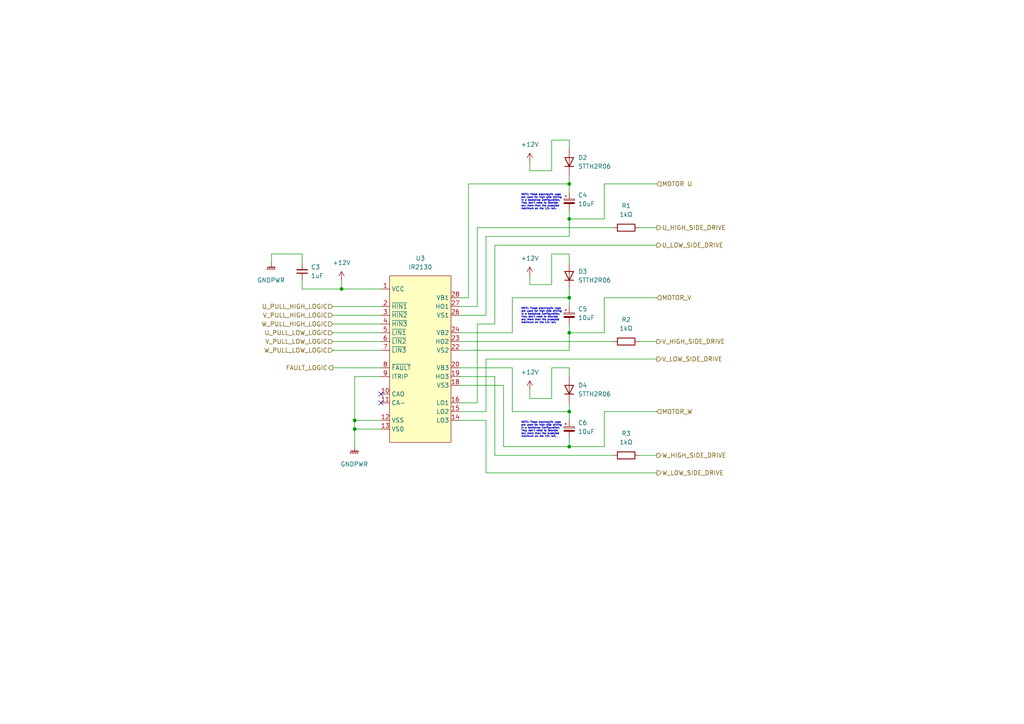
<source format=kicad_sch>
(kicad_sch (version 20211123) (generator eeschema)
  (paper "A4")
  (lib_symbols
    (symbol "Device:C_Polarized_Small" (pin_numbers hide) (pin_names (offset 0.254) hide)
      (property "Reference" "C" (at 0.254 1.778 0))
      (property "Value" "C_Polarized_Small" (at 0.254 -2.032 0))
      (symbol "C_Polarized_Small_0_1"
        (rectangle (start -1.524 -0.3048) (end 1.524 -0.6858) (fill (type outline)))
        (rectangle (start -1.524 0.6858) (end 1.524 0.3048))
        (polyline (pts (xy -1.27 1.524) (xy -0.762 1.524)))
        (polyline (pts (xy -1.016 1.27) (xy -1.016 1.778)))
      )
      (symbol "C_Polarized_Small_1_1"
        (pin passive line (at 0 2.54 270) (length 1.8542) (name "~") (number "1"))
        (pin passive line (at 0 -2.54 90) (length 1.8542) (name "~") (number "2"))
      )
    )
    (symbol "Device:C_Small" (pin_numbers hide) (pin_names (offset 0.254) hide)
      (property "Reference" "C" (at 0.254 1.778 0))
      (property "Value" "C_Small" (at 0.254 -2.032 0))
      (symbol "C_Small_0_1"
        (polyline (pts (xy -1.524 -0.508) (xy 1.524 -0.508)) (stroke (width 0.3302)))
        (polyline (pts (xy -1.524 0.508) (xy 1.524 0.508)) (stroke (width 0.3048)))
      )
      (symbol "C_Small_1_1"
        (pin passive line (at 0 2.54 270) (length 2.032) (name "~") (number "1"))
        (pin passive line (at 0 -2.54 90) (length 2.032) (name "~") (number "2"))
      )
    )
    (symbol "Device:D" (pin_numbers hide) (pin_names (offset 1.016) hide)
      (property "Reference" "D" (at 0 2.54 0))
      (property "Value" "D" (at 0 -2.54 0))
      (symbol "D_0_1"
        (polyline (pts (xy -1.27 1.27) (xy -1.27 -1.27)) (stroke (width 0.254)))
        (polyline (pts (xy 1.27 0) (xy -1.27 0)))
        (polyline (pts (xy 1.27 1.27) (xy 1.27 -1.27) (xy -1.27 0) (xy 1.27 1.27)) (stroke (width 0.254)))
      )
      (symbol "D_1_1"
        (pin passive line (at -3.81 0 0) (length 2.54) (name "K") (number "1"))
        (pin passive line (at 3.81 0 180) (length 2.54) (name "A") (number "2"))
      )
    )
    (symbol "Device:R" (pin_numbers hide) (pin_names (offset 0))
      (property "Reference" "R" (at 2.032 0 90))
      (property "Value" "R" (at 0 0 90))
      (symbol "R_0_1"
        (rectangle (start -1.016 -2.54) (end 1.016 2.54) (stroke (width 0.254)))
      )
      (symbol "R_1_1"
        (pin passive line (at 0 3.81 270) (length 1.27) (name "~") (number "1"))
        (pin passive line (at 0 -3.81 90) (length 1.27) (name "~") (number "2"))
      )
    )
    (symbol "power:+12V" (power) (pin_names (offset 0))
      (property "Value" "+12V" (at 0 3.556 0))
      (symbol "+12V_0_1"
        (polyline (pts (xy -0.762 1.27) (xy 0 2.54)))
        (polyline (pts (xy 0 0) (xy 0 2.54)))
        (polyline (pts (xy 0 2.54) (xy 0.762 1.27)))
      )
      (symbol "+12V_1_1"
        (pin power_in line (at 0 0 90) (length 0) hide (name "+12V") (number "1"))
      )
    )
    (symbol "power:GNDPWR" (power) (pin_names (offset 0))
      (property "Value" "GNDPWR" (at 0 -3.302 0))
      (symbol "GNDPWR_0_1"
        (polyline (pts (xy 0 -1.27) (xy 0 0)))
        (polyline (pts (xy -1.016 -1.27) (xy -1.27 -2.032) (xy -1.27 -2.032)) (stroke (width 0.2032)))
        (polyline (pts (xy -0.508 -1.27) (xy -0.762 -2.032) (xy -0.762 -2.032)) (stroke (width 0.2032)))
        (polyline (pts (xy 0 -1.27) (xy -0.254 -2.032) (xy -0.254 -2.032)) (stroke (width 0.2032)))
        (polyline (pts (xy 0.508 -1.27) (xy 0.254 -2.032) (xy 0.254 -2.032)) (stroke (width 0.2032)))
        (polyline (pts (xy 1.016 -1.27) (xy -1.016 -1.27) (xy -1.016 -1.27)) (stroke (width 0.2032)))
        (polyline (pts (xy 1.016 -1.27) (xy 0.762 -2.032) (xy 0.762 -2.032) (xy 0.762 -2.032)) (stroke (width 0.2032)))
      )
      (symbol "GNDPWR_1_1"
        (pin power_in line (at 0 0 270) (length 0) hide (name "GNDPWR") (number "1"))
      )
    )
    (symbol "project_library:IR2130"
      (property "Reference" "U" (at 11.43 22.86 0))
      (property "Value" "IR2130" (at 0 0 90))
      (symbol "IR2130_0_0"
        (pin power_in line (at -11.43 -20.32 0) (length 2.54) (name "VS0") (number "13"))
      )
      (symbol "IR2130_0_1"
        (rectangle (start -8.89 -24.13) (end 8.89 24.13) (fill (type background)))
      )
      (symbol "IR2130_1_1"
        (pin power_in line (at -11.43 20.32 0) (length 2.54) (name "VCC") (number "1"))
        (pin output line (at -11.43 -10.16 0) (length 2.54) (name "CAO") (number "10"))
        (pin input line (at -11.43 -12.7 0) (length 2.54) (name "CA-") (number "11"))
        (pin power_in line (at -11.43 -17.78 0) (length 2.54) (name "VSS") (number "12"))
        (pin output line (at 11.43 -17.78 180) (length 2.54) (name "LO3") (number "14"))
        (pin output line (at 11.43 -15.24 180) (length 2.54) (name "LO2") (number "15"))
        (pin output line (at 11.43 -12.7 180) (length 2.54) (name "LO1") (number "16"))
        (pin passive line (at 11.43 -7.62 180) (length 2.54) (name "VS3") (number "18"))
        (pin output line (at 11.43 -5.08 180) (length 2.54) (name "HO3") (number "19"))
        (pin input line (at -11.43 15.24 0) (length 2.54) (name "~{HIN1}") (number "2"))
        (pin passive line (at 11.43 -2.54 180) (length 2.54) (name "VB3") (number "20"))
        (pin passive line (at 11.43 2.54 180) (length 2.54) (name "VS2") (number "22"))
        (pin output line (at 11.43 5.08 180) (length 2.54) (name "HO2") (number "23"))
        (pin passive line (at 11.43 7.62 180) (length 2.54) (name "VB2") (number "24"))
        (pin passive line (at 11.43 12.7 180) (length 2.54) (name "VS1") (number "26"))
        (pin output line (at 11.43 15.24 180) (length 2.54) (name "HO1") (number "27"))
        (pin passive line (at 11.43 17.78 180) (length 2.54) (name "VB1") (number "28"))
        (pin input line (at -11.43 12.7 0) (length 2.54) (name "~{HIN2}") (number "3"))
        (pin input line (at -11.43 10.16 0) (length 2.54) (name "~{HIN3}") (number "4"))
        (pin input line (at -11.43 7.62 0) (length 2.54) (name "~{LIN1}") (number "5"))
        (pin input line (at -11.43 5.08 0) (length 2.54) (name "~{LIN2}") (number "6"))
        (pin input line (at -11.43 2.54 0) (length 2.54) (name "~{LIN3}") (number "7"))
        (pin open_collector line (at -11.43 -2.54 0) (length 2.54) (name "~{FAULT}") (number "8"))
        (pin input line (at -11.43 -5.08 0) (length 2.54) (name "ITRIP") (number "9"))
      )
    )
  )
  (junction (at 99.06 83.82))
  (junction (at 165.1 119.38))
  (junction (at 165.1 63.5))
  (junction (at 102.87 121.92))
  (junction (at 165.1 53.34))
  (junction (at 102.87 124.46))
  (junction (at 165.1 96.52))
  (junction (at 165.1 129.54))
  (junction (at 165.1 86.36))
  (no_connect (at 110.49 114.3))
  (no_connect (at 110.49 116.84))
  (wire (pts (xy 135.89 53.34) (xy 165.1 53.34)))
  (wire (pts (xy 96.52 93.98) (xy 110.49 93.98)))
  (wire (pts (xy 143.51 93.98) (xy 143.51 71.12)))
  (wire (pts (xy 140.97 137.16) (xy 190.5 137.16)))
  (wire (pts (xy 165.1 129.54) (xy 175.26 129.54)))
  (wire (pts (xy 138.43 116.84) (xy 138.43 93.98)))
  (wire (pts (xy 102.87 129.54) (xy 102.87 124.46)))
  (wire (pts (xy 165.1 96.52) (xy 175.26 96.52)))
  (wire (pts (xy 99.06 81.28) (xy 99.06 83.82)))
  (wire (pts (xy 140.97 121.92) (xy 140.97 137.16)))
  (wire (pts (xy 165.1 129.54) (xy 146.05 129.54)))
  (wire (pts (xy 133.35 121.92) (xy 140.97 121.92)))
  (wire (pts (xy 160.02 73.66) (xy 160.02 82.55)))
  (wire (pts (xy 185.42 132.08) (xy 190.5 132.08)))
  (wire (pts (xy 165.1 50.8) (xy 165.1 53.34)))
  (wire (pts (xy 160.02 49.53) (xy 153.67 49.53)))
  (wire (pts (xy 175.26 119.38) (xy 190.5 119.38)))
  (wire (pts (xy 165.1 43.18) (xy 165.1 40.64)))
  (wire (pts (xy 160.02 73.66) (xy 165.1 73.66)))
  (wire (pts (xy 165.1 83.82) (xy 165.1 86.36)))
  (wire (pts (xy 96.52 88.9) (xy 110.49 88.9)))
  (wire (pts (xy 133.35 86.36) (xy 135.89 86.36)))
  (wire (pts (xy 96.52 91.44) (xy 110.49 91.44)))
  (wire (pts (xy 143.51 71.12) (xy 190.5 71.12)))
  (wire (pts (xy 165.1 60.96) (xy 165.1 63.5)))
  (wire (pts (xy 133.35 91.44) (xy 140.97 91.44)))
  (wire (pts (xy 102.87 109.22) (xy 110.49 109.22)))
  (wire (pts (xy 87.63 73.66) (xy 87.63 76.2)))
  (wire (pts (xy 153.67 80.01) (xy 153.67 82.55)))
  (wire (pts (xy 138.43 88.9) (xy 133.35 88.9)))
  (wire (pts (xy 148.59 106.68) (xy 133.35 106.68)))
  (wire (pts (xy 96.52 99.06) (xy 110.49 99.06)))
  (wire (pts (xy 138.43 66.04) (xy 138.43 88.9)))
  (wire (pts (xy 165.1 63.5) (xy 165.1 68.58)))
  (wire (pts (xy 99.06 83.82) (xy 110.49 83.82)))
  (wire (pts (xy 148.59 86.36) (xy 165.1 86.36)))
  (wire (pts (xy 160.02 106.68) (xy 160.02 115.57)))
  (wire (pts (xy 185.42 99.06) (xy 190.5 99.06)))
  (wire (pts (xy 148.59 96.52) (xy 148.59 86.36)))
  (wire (pts (xy 160.02 115.57) (xy 153.67 115.57)))
  (wire (pts (xy 160.02 106.68) (xy 165.1 106.68)))
  (wire (pts (xy 165.1 63.5) (xy 175.26 63.5)))
  (wire (pts (xy 96.52 101.6) (xy 110.49 101.6)))
  (wire (pts (xy 160.02 82.55) (xy 153.67 82.55)))
  (wire (pts (xy 140.97 104.14) (xy 190.5 104.14)))
  (wire (pts (xy 165.1 76.2) (xy 165.1 73.66)))
  (wire (pts (xy 165.1 127) (xy 165.1 129.54)))
  (wire (pts (xy 133.35 101.6) (xy 165.1 101.6)))
  (wire (pts (xy 175.26 53.34) (xy 190.5 53.34)))
  (wire (pts (xy 102.87 121.92) (xy 110.49 121.92)))
  (wire (pts (xy 135.89 53.34) (xy 135.89 86.36)))
  (wire (pts (xy 78.74 73.66) (xy 87.63 73.66)))
  (wire (pts (xy 96.52 96.52) (xy 110.49 96.52)))
  (wire (pts (xy 96.52 106.68) (xy 110.49 106.68)))
  (wire (pts (xy 175.26 96.52) (xy 175.26 86.36)))
  (wire (pts (xy 146.05 129.54) (xy 146.05 111.76)))
  (wire (pts (xy 175.26 129.54) (xy 175.26 119.38)))
  (wire (pts (xy 165.1 93.98) (xy 165.1 96.52)))
  (wire (pts (xy 143.51 109.22) (xy 143.51 132.08)))
  (wire (pts (xy 165.1 119.38) (xy 165.1 121.92)))
  (wire (pts (xy 133.35 99.06) (xy 177.8 99.06)))
  (wire (pts (xy 133.35 96.52) (xy 148.59 96.52)))
  (wire (pts (xy 160.02 40.64) (xy 165.1 40.64)))
  (wire (pts (xy 177.8 66.04) (xy 138.43 66.04)))
  (wire (pts (xy 153.67 46.99) (xy 153.67 49.53)))
  (wire (pts (xy 140.97 91.44) (xy 140.97 68.58)))
  (wire (pts (xy 153.67 113.03) (xy 153.67 115.57)))
  (wire (pts (xy 78.74 73.66) (xy 78.74 76.2)))
  (wire (pts (xy 102.87 124.46) (xy 110.49 124.46)))
  (wire (pts (xy 175.26 86.36) (xy 190.5 86.36)))
  (wire (pts (xy 133.35 119.38) (xy 140.97 119.38)))
  (wire (pts (xy 185.42 66.04) (xy 190.5 66.04)))
  (wire (pts (xy 143.51 132.08) (xy 177.8 132.08)))
  (wire (pts (xy 165.1 109.22) (xy 165.1 106.68)))
  (wire (pts (xy 87.63 83.82) (xy 99.06 83.82)))
  (wire (pts (xy 148.59 119.38) (xy 165.1 119.38)))
  (wire (pts (xy 140.97 119.38) (xy 140.97 104.14)))
  (wire (pts (xy 138.43 93.98) (xy 143.51 93.98)))
  (wire (pts (xy 165.1 96.52) (xy 165.1 101.6)))
  (wire (pts (xy 133.35 116.84) (xy 138.43 116.84)))
  (wire (pts (xy 87.63 81.28) (xy 87.63 83.82)))
  (wire (pts (xy 165.1 53.34) (xy 165.1 55.88)))
  (wire (pts (xy 148.59 119.38) (xy 148.59 106.68)))
  (wire (pts (xy 102.87 121.92) (xy 102.87 109.22)))
  (wire (pts (xy 165.1 86.36) (xy 165.1 88.9)))
  (wire (pts (xy 160.02 40.64) (xy 160.02 49.53)))
  (wire (pts (xy 146.05 111.76) (xy 133.35 111.76)))
  (wire (pts (xy 143.51 109.22) (xy 133.35 109.22)))
  (wire (pts (xy 102.87 124.46) (xy 102.87 121.92)))
  (wire (pts (xy 165.1 116.84) (xy 165.1 119.38)))
  (wire (pts (xy 140.97 68.58) (xy 165.1 68.58)))
  (wire (pts (xy 175.26 63.5) (xy 175.26 53.34)))
  (text "NOTE: These electrolytic caps\nare used for high side driving\nin a bootstrap configuration.\nThey don't need to tolerate\nany more than the expected\nmaximum on the 12v rail." (at 151.13 127 0) (effects (font (size 0.508 0.508)) (justify left bottom)))
  (text "NOTE: These electrolytic caps\nare used for high side driving\nin a bootstrap configuration.\nThey don't need to tolerate\nany more than the expected\nmaximum on the 12v rail." (at 151.13 60.96 0) (effects (font (size 0.508 0.508)) (justify left bottom)))
  (text "NOTE: These electrolytic caps\nare used for high side driving\nin a bootstrap configuration.\nThey don't need to tolerate\nany more than the expected\nmaximum on the 12v rail." (at 151.13 93.98 0) (effects (font (size 0.508 0.508)) (justify left bottom)))
  (hierarchical_label "MOTOR_V" (shape input) (at 190.5 86.36 0))
  (hierarchical_label "U_PULL_LOW_LOGIC" (shape input) (at 96.52 96.52 180))
  (hierarchical_label "V_PULL_HIGH_LOGIC" (shape input) (at 96.52 91.44 180))
  (hierarchical_label "W_PULL_LOW_LOGIC" (shape input) (at 96.52 101.6 180))
  (hierarchical_label "FAULT_LOGIC" (shape output) (at 96.52 106.68 180))
  (hierarchical_label "U_PULL_HIGH_LOGIC" (shape input) (at 96.52 88.9 180))
  (hierarchical_label "U_HIGH_SIDE_DRIVE" (shape output) (at 190.5 66.04 0))
  (hierarchical_label "W_PULL_HIGH_LOGIC" (shape input) (at 96.52 93.98 180))
  (hierarchical_label "MOTOR_W" (shape input) (at 190.5 119.38 0))
  (hierarchical_label "MOTOR U" (shape input) (at 190.5 53.34 0))
  (hierarchical_label "V_HIGH_SIDE_DRIVE" (shape output) (at 190.5 99.06 0))
  (hierarchical_label "V_LOW_SIDE_DRIVE" (shape output) (at 190.5 104.14 0))
  (hierarchical_label "W_LOW_SIDE_DRIVE" (shape output) (at 190.5 137.16 0))
  (hierarchical_label "W_HIGH_SIDE_DRIVE" (shape output) (at 190.5 132.08 0))
  (hierarchical_label "U_LOW_SIDE_DRIVE" (shape output) (at 190.5 71.12 0))
  (hierarchical_label "V_PULL_LOW_LOGIC" (shape input) (at 96.52 99.06 180))
  (symbol (lib_id "Device:R") (at 181.61 66.04 90) (unit 1)
    (property "Reference" "R1" (at 181.61 59.69 90))
    (property "Value" "1kΩ" (at 181.61 62.23 90))
    (property "Footprint" "Resistor_THT:R_Axial_DIN0207_L6.3mm_D2.5mm_P10.16mm_Horizontal" (effects hide))
    (property "Datasheet" "https://docs.rs-online.com/67c3/0900766b8157ae53.pdf" (effects hide))
  )
  (symbol (lib_id "Device:C_Small") (at 87.63 78.74 180) (unit 1)
    (property "Reference" "C3" (at 90.17 77.4635 0) (effects (justify right)))
    (property "Value" "1uF" (at 90.17 80.0035 0) (effects (justify right)))
    (property "Footprint" "Capacitor_THT:C_Rect_L7.0mm_W2.0mm_P5.00mm" (effects hide))
  )
  (symbol (lib_id "project_library:IR2130") (at 121.92 104.14 0) (unit 1)
    (property "Reference" "U3" (at 121.92 74.93 0))
    (property "Value" "IR2130" (at 121.92 77.47 0))
    (property "Footprint" "Package_DIP:DIP-28_W15.24mm" (effects hide))
    (property "Datasheet" "https://www.infineon.com/dgdl/Infineon-IR2130-DataSheet-v01_00-EN.pdf?fileId=5546d462533600a4015355c8757d169a" (effects hide))
  )
  (symbol (lib_id "Device:R") (at 181.61 99.06 90) (unit 1)
    (property "Reference" "R2" (at 181.61 92.71 90))
    (property "Value" "1kΩ" (at 181.61 95.25 90))
    (property "Footprint" "Resistor_THT:R_Axial_DIN0207_L6.3mm_D2.5mm_P10.16mm_Horizontal" (effects hide))
    (property "Datasheet" "https://docs.rs-online.com/67c3/0900766b8157ae53.pdf" (effects hide))
  )
  (symbol (lib_id "power:+12V") (at 153.67 80.01 0) (unit 1)
    (property "Reference" "#PWR0116" (effects hide))
    (property "Value" "+12V" (at 153.67 74.93 0))
  )
  (symbol (lib_id "Device:C_Polarized_Small") (at 165.1 124.46 0) (unit 1)
    (property "Reference" "C6" (at 167.64 122.6438 0) (effects (justify left)))
    (property "Value" "10uF" (at 167.64 125.1838 0) (effects (justify left)))
    (property "Footprint" "Capacitor_THT:CP_Radial_D6.3mm_P2.50mm" (effects hide))
  )
  (symbol (lib_id "Device:D") (at 165.1 46.99 90) (unit 1)
    (property "Reference" "D2" (at 167.64 45.7199 90) (effects (justify right)))
    (property "Value" "STTH2R06" (at 167.64 48.2599 90) (effects (justify right)))
    (property "Footprint" "Diode_THT:D_T-1_P10.16mm_Horizontal" (effects hide))
    (property "Datasheet" "https://www.st.com/en/diodes-and-rectifiers/stth2r06.html" (effects hide))
  )
  (symbol (lib_id "power:+12V") (at 153.67 113.03 0) (unit 1)
    (property "Reference" "#PWR0117" (effects hide))
    (property "Value" "+12V" (at 153.67 107.95 0))
  )
  (symbol (lib_id "Device:C_Polarized_Small") (at 165.1 91.44 0) (unit 1)
    (property "Reference" "C5" (at 167.64 89.6238 0) (effects (justify left)))
    (property "Value" "10uF" (at 167.64 92.1638 0) (effects (justify left)))
    (property "Footprint" "Capacitor_THT:CP_Radial_D6.3mm_P2.50mm" (effects hide))
  )
  (symbol (lib_id "power:GNDPWR") (at 78.74 76.2 0) (unit 1)
    (property "Reference" "#PWR0112" (effects hide))
    (property "Value" "GNDPWR" (at 78.613 81.28 0))
  )
  (symbol (lib_id "Device:D") (at 165.1 113.03 90) (unit 1)
    (property "Reference" "D4" (at 167.64 111.7599 90) (effects (justify right)))
    (property "Value" "STTH2R06" (at 167.64 114.2999 90) (effects (justify right)))
    (property "Footprint" "Diode_THT:D_T-1_P10.16mm_Horizontal" (effects hide))
    (property "Datasheet" "https://www.st.com/en/diodes-and-rectifiers/stth2r06.html" (effects hide))
  )
  (symbol (lib_id "Device:D") (at 165.1 80.01 90) (unit 1)
    (property "Reference" "D3" (at 167.64 78.7399 90) (effects (justify right)))
    (property "Value" "STTH2R06" (at 167.64 81.2799 90) (effects (justify right)))
    (property "Footprint" "Diode_THT:D_T-1_P10.16mm_Horizontal" (effects hide))
    (property "Datasheet" "https://www.st.com/en/diodes-and-rectifiers/stth2r06.html" (effects hide))
  )
  (symbol (lib_id "power:+12V") (at 99.06 81.28 0) (unit 1)
    (property "Reference" "#PWR0113" (effects hide))
    (property "Value" "+12V" (at 99.06 76.2 0))
  )
  (symbol (lib_id "power:GNDPWR") (at 102.87 129.54 0) (unit 1)
    (property "Reference" "#PWR0114" (effects hide))
    (property "Value" "GNDPWR" (at 102.743 134.62 0))
  )
  (symbol (lib_id "Device:C_Polarized_Small") (at 165.1 58.42 0) (unit 1)
    (property "Reference" "C4" (at 167.64 56.6038 0) (effects (justify left)))
    (property "Value" "10uF" (at 167.64 59.1438 0) (effects (justify left)))
    (property "Footprint" "Capacitor_THT:CP_Radial_D6.3mm_P2.50mm" (effects hide))
  )
  (symbol (lib_id "power:+12V") (at 153.67 46.99 0) (unit 1)
    (property "Reference" "#PWR0115" (effects hide))
    (property "Value" "+12V" (at 153.67 41.91 0))
  )
  (symbol (lib_id "Device:R") (at 181.61 132.08 90) (unit 1)
    (property "Reference" "R3" (at 181.61 125.73 90))
    (property "Value" "1kΩ" (at 181.61 128.27 90))
    (property "Footprint" "Resistor_THT:R_Axial_DIN0207_L6.3mm_D2.5mm_P10.16mm_Horizontal" (effects hide))
    (property "Datasheet" "https://docs.rs-online.com/67c3/0900766b8157ae53.pdf" (effects hide))
  )
)
</source>
